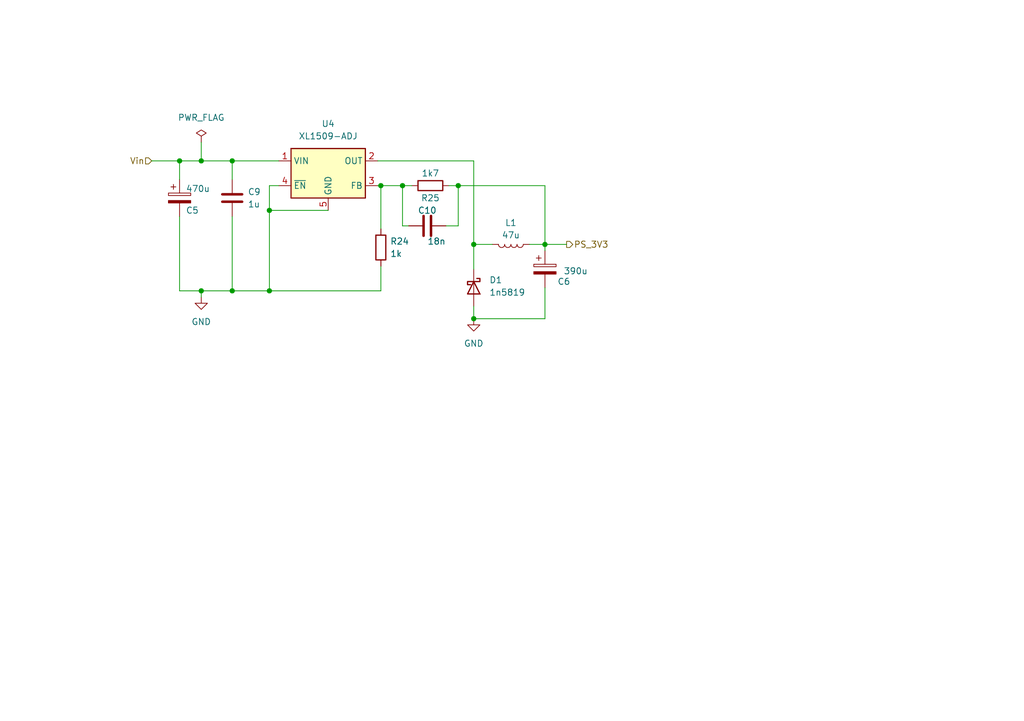
<source format=kicad_sch>
(kicad_sch (version 20230121) (generator eeschema)
  (paper "A5")
  (lib_symbols
    (symbol "Device:C" (pin_numbers hide) (pin_names (offset 0.254))
      (property "Reference" "C" (at 0.635 2.54 0))
      (property "Value" "C" (at 0.635 -2.54 0))
      (symbol "C_0_1"
        (polyline (pts (xy -2.032 -0.762) (xy 2.032 -0.762)) (stroke (width 0.508)))
        (polyline (pts (xy -2.032 0.762) (xy 2.032 0.762)) (stroke (width 0.508)))
      )
      (symbol "C_1_1"
        (pin passive line (at 0 3.81 270) (length 2.794) (name "~") (number "1"))
        (pin passive line (at 0 -3.81 90) (length 2.794) (name "~") (number "2"))
      )
    )
    (symbol "Device:C_Polarized" (pin_numbers hide) (pin_names (offset 0.254))
      (property "Reference" "C" (at 0.635 2.54 0))
      (property "Value" "C_Polarized" (at 0.635 -2.54 0))
      (symbol "C_Polarized_0_1"
        (rectangle (start -2.286 0.508) (end 2.286 1.016))
        (polyline (pts (xy -1.778 2.286) (xy -0.762 2.286)))
        (polyline (pts (xy -1.27 2.794) (xy -1.27 1.778)))
        (rectangle (start 2.286 -0.508) (end -2.286 -1.016) (fill (type outline)))
      )
      (symbol "C_Polarized_1_1"
        (pin passive line (at 0 3.81 270) (length 2.794) (name "~") (number "1"))
        (pin passive line (at 0 -3.81 90) (length 2.794) (name "~") (number "2"))
      )
    )
    (symbol "Device:D_Schottky" (pin_numbers hide) (pin_names (offset 1.016) hide)
      (property "Reference" "D" (at 0 2.54 0))
      (property "Value" "D_Schottky" (at 0 -2.54 0))
      (symbol "D_Schottky_0_1"
        (polyline (pts (xy 1.27 0) (xy -1.27 0)))
        (polyline (pts (xy 1.27 1.27) (xy 1.27 -1.27) (xy -1.27 0) (xy 1.27 1.27)) (stroke (width 0.254)))
        (polyline (pts (xy -1.905 0.635) (xy -1.905 1.27) (xy -1.27 1.27) (xy -1.27 -1.27) (xy -0.635 -1.27) (xy -0.635 -0.635)) (stroke (width 0.254)))
      )
      (symbol "D_Schottky_1_1"
        (pin passive line (at -3.81 0 0) (length 2.54) (name "K") (number "1"))
        (pin passive line (at 3.81 0 180) (length 2.54) (name "A") (number "2"))
      )
    )
    (symbol "Device:L" (pin_numbers hide) (pin_names (offset 1.016) hide)
      (property "Reference" "L" (at -1.27 0 90))
      (property "Value" "L" (at 1.905 0 90))
      (symbol "L_0_1"
        (arc (start 0 -2.54) (mid 0.6323 -1.905) (end 0 -1.27))
        (arc (start 0 -1.27) (mid 0.6323 -0.635) (end 0 0))
        (arc (start 0 0) (mid 0.6323 0.635) (end 0 1.27))
        (arc (start 0 1.27) (mid 0.6323 1.905) (end 0 2.54))
      )
      (symbol "L_1_1"
        (pin passive line (at 0 3.81 270) (length 1.27) (name "1") (number "1"))
        (pin passive line (at 0 -3.81 90) (length 1.27) (name "2") (number "2"))
      )
    )
    (symbol "Device:R" (pin_numbers hide) (pin_names (offset 0))
      (property "Reference" "R" (at 2.032 0 90))
      (property "Value" "R" (at 0 0 90))
      (symbol "R_0_1"
        (rectangle (start -1.016 -2.54) (end 1.016 2.54) (stroke (width 0.254)))
      )
      (symbol "R_1_1"
        (pin passive line (at 0 3.81 270) (length 1.27) (name "~") (number "1"))
        (pin passive line (at 0 -3.81 90) (length 1.27) (name "~") (number "2"))
      )
    )
    (symbol "Regulator_Switching:XL1509-ADJ"
      (property "Reference" "U" (at -7.112 6.096 0))
      (property "Value" "XL1509-ADJ" (at 5.842 6.096 0))
      (symbol "XL1509-ADJ_0_1"
        (rectangle (start -7.62 5.08) (end 7.62 -5.08) (stroke (width 0.254)) (fill (type background)))
      )
      (symbol "XL1509-ADJ_1_1"
        (pin power_in line (at -10.16 2.54 0) (length 2.54) (name "VIN") (number "1"))
        (pin power_out line (at 10.16 2.54 180) (length 2.54) (name "OUT") (number "2"))
        (pin input line (at 10.16 -2.54 180) (length 2.54) (name "FB") (number "3"))
        (pin input line (at -10.16 -2.54 0) (length 2.54) (name "~{EN}") (number "4"))
        (pin power_in line (at 0 -7.62 90) (length 2.54) (name "GND") (number "5"))
        (pin passive line (at 0 -7.62 90) (length 2.54) hide (name "GND") (number "6"))
        (pin passive line (at 0 -7.62 90) (length 2.54) hide (name "GND") (number "7"))
        (pin passive line (at 0 -7.62 90) (length 2.54) hide (name "GND") (number "8"))
      )
    )
    (symbol "power:GND" (power) (pin_names (offset 0))
      (property "Value" "GND" (at 0 -3.81 0))
      (symbol "GND_0_1"
        (polyline (pts (xy 0 0) (xy 0 -1.27) (xy 1.27 -1.27) (xy 0 -2.54) (xy -1.27 -1.27) (xy 0 -1.27)))
      )
      (symbol "GND_1_1"
        (pin power_in line (at 0 0 270) (length 0) hide (name "GND") (number "1"))
      )
    )
    (symbol "power:PWR_FLAG" (power) (pin_numbers hide) (pin_names (offset 0) hide)
      (property "Value" "PWR_FLAG" (at 0 3.81 0))
      (symbol "PWR_FLAG_0_0"
        (pin power_out line (at 0 0 90) (length 0) (name "pwr") (number "1"))
      )
      (symbol "PWR_FLAG_0_1"
        (polyline (pts (xy 0 0) (xy 0 1.27) (xy -1.016 1.905) (xy 0 2.54) (xy 1.016 1.905) (xy 0 1.27)))
      )
    )
  )
  (junction (at 55.245 43.18))
  (junction (at 55.245 59.69))
  (junction (at 111.76 50.165))
  (junction (at 47.625 59.69))
  (junction (at 78.105 38.1))
  (junction (at 82.55 38.1))
  (junction (at 36.83 33.02))
  (junction (at 97.155 65.405))
  (junction (at 93.98 38.1))
  (junction (at 41.275 33.02))
  (junction (at 47.625 33.02))
  (junction (at 97.155 50.165))
  (junction (at 41.275 59.69))
  (wire (pts (xy 78.105 38.1) (xy 82.55 38.1)))
  (wire (pts (xy 41.275 59.69) (xy 41.275 60.96)))
  (wire (pts (xy 91.44 46.355) (xy 93.98 46.355)))
  (wire (pts (xy 55.245 43.18) (xy 67.31 43.18)))
  (wire (pts (xy 36.83 59.69) (xy 41.275 59.69)))
  (wire (pts (xy 111.76 38.1) (xy 93.98 38.1)))
  (wire (pts (xy 77.47 38.1) (xy 78.105 38.1)))
  (wire (pts (xy 111.76 50.165) (xy 111.76 51.435)))
  (wire (pts (xy 111.76 59.055) (xy 111.76 65.405)))
  (wire (pts (xy 31.115 33.02) (xy 36.83 33.02)))
  (wire (pts (xy 97.155 62.865) (xy 97.155 65.405)))
  (wire (pts (xy 55.245 38.1) (xy 57.15 38.1)))
  (wire (pts (xy 41.275 29.21) (xy 41.275 33.02)))
  (wire (pts (xy 36.83 33.02) (xy 36.83 36.83)))
  (wire (pts (xy 41.275 33.02) (xy 47.625 33.02)))
  (wire (pts (xy 93.98 46.355) (xy 93.98 38.1)))
  (wire (pts (xy 36.83 33.02) (xy 41.275 33.02)))
  (wire (pts (xy 82.55 46.355) (xy 82.55 38.1)))
  (wire (pts (xy 55.245 59.69) (xy 47.625 59.69)))
  (wire (pts (xy 36.83 44.45) (xy 36.83 59.69)))
  (wire (pts (xy 55.245 59.69) (xy 78.105 59.69)))
  (wire (pts (xy 78.105 38.1) (xy 78.105 46.99)))
  (wire (pts (xy 78.105 54.61) (xy 78.105 59.69)))
  (wire (pts (xy 97.155 50.165) (xy 97.155 55.245)))
  (wire (pts (xy 111.76 50.165) (xy 116.205 50.165)))
  (wire (pts (xy 47.625 36.83) (xy 47.625 33.02)))
  (wire (pts (xy 47.625 44.45) (xy 47.625 59.69)))
  (wire (pts (xy 82.55 38.1) (xy 84.455 38.1)))
  (wire (pts (xy 111.76 65.405) (xy 97.155 65.405)))
  (wire (pts (xy 97.155 33.02) (xy 97.155 50.165)))
  (wire (pts (xy 108.585 50.165) (xy 111.76 50.165)))
  (wire (pts (xy 47.625 59.69) (xy 41.275 59.69)))
  (wire (pts (xy 55.245 43.18) (xy 55.245 59.69)))
  (wire (pts (xy 83.82 46.355) (xy 82.55 46.355)))
  (wire (pts (xy 55.245 38.1) (xy 55.245 43.18)))
  (wire (pts (xy 111.76 50.165) (xy 111.76 38.1)))
  (wire (pts (xy 77.47 33.02) (xy 97.155 33.02)))
  (wire (pts (xy 93.98 38.1) (xy 92.075 38.1)))
  (wire (pts (xy 47.625 33.02) (xy 57.15 33.02)))
  (wire (pts (xy 97.155 50.165) (xy 100.965 50.165)))
  (hierarchical_label "Vin" (shape input) (at 31.115 33.02 180))
  (hierarchical_label "PS_3V3" (shape output) (at 116.205 50.165 0))
  (symbol (lib_id "Device:C") (at 87.63 46.355 90) (unit 1)
    (property "Reference" "C10" (at 87.63 43.18 90))
    (property "Value" "18n" (at 89.535 49.53 90))
    (property "Footprint" "Capacitor_SMD:C_0603_1608Metric_Pad1.08x0.95mm_HandSolder" (effects hide))
  )
  (symbol (lib_id "power:PWR_FLAG") (at 41.275 29.21 0) (unit 1)
    (property "Reference" "#FLG0105" (effects hide))
    (property "Value" "PWR_FLAG" (at 41.275 24.13 0))
  )
  (symbol (lib_id "Device:R") (at 88.265 38.1 90) (unit 1)
    (property "Reference" "R25" (at 88.265 40.64 90))
    (property "Value" "1k7" (at 88.265 35.56 90))
    (property "Footprint" "Resistor_SMD:R_0402_1005Metric_Pad0.72x0.64mm_HandSolder" (effects hide))
  )
  (symbol (lib_id "Device:C") (at 47.625 40.64 0) (unit 1)
    (property "Reference" "C9" (at 50.8 39.37 0) (effects (justify left)))
    (property "Value" "1u" (at 50.8 41.91 0) (effects (justify left)))
    (property "Footprint" "Capacitor_SMD:C_0603_1608Metric_Pad1.08x0.95mm_HandSolder" (effects hide))
  )
  (symbol (lib_id "Regulator_Switching:XL1509-ADJ") (at 67.31 35.56 0) (unit 1)
    (property "Reference" "U4" (at 67.31 25.4 0))
    (property "Value" "XL1509-ADJ" (at 67.31 27.94 0))
    (property "Footprint" "Package_SO:SOIC-8_3.9x4.9mm_P1.27mm" (effects hide))
    (property "Datasheet" "https://datasheet.lcsc.com/lcsc/1809050422_XLSEMI-XL1509-5-0E1_C61063.pdf" (effects hide))
  )
  (symbol (lib_id "Device:C_Polarized") (at 111.76 55.245 0) (unit 1)
    (property "Reference" "C6" (at 114.3 57.785 0) (effects (justify left)))
    (property "Value" "390u" (at 115.57 55.6259 0) (effects (justify left)))
    (property "Footprint" "LCSC:CAP-SMD_BD10.0-L10.3-W10.3-LS11.3-FD" (effects hide))
  )
  (symbol (lib_id "Device:C_Polarized") (at 36.83 40.64 0) (unit 1)
    (property "Reference" "C5" (at 38.1 43.18 0) (effects (justify left)))
    (property "Value" "470u" (at 38.1 38.735 0) (effects (justify left)))
    (property "Footprint" "LCSC:CAP-SMD_BD10.0-L10.3-W10.3-LS11.3-FD" (effects hide))
  )
  (symbol (lib_id "power:GND") (at 41.275 60.96 0) (unit 1)
    (property "Reference" "#PWR0122" (effects hide))
    (property "Value" "GND" (at 41.275 66.04 0))
  )
  (symbol (lib_id "Device:L") (at 104.775 50.165 270) (unit 1)
    (property "Reference" "L1" (at 104.775 45.72 90))
    (property "Value" "47u" (at 104.775 48.26 90))
    (property "Footprint" "LCSC:IND-SMD_L7.1-W6.6" (effects hide))
    (property "Sim.Device" "L" (effects hide))
    (property "Sim.Pins" "1=+ 2=-" (effects hide))
  )
  (symbol (lib_id "Device:D_Schottky") (at 97.155 59.055 270) (unit 1)
    (property "Reference" "D1" (at 100.33 57.4675 90) (effects (justify left)))
    (property "Value" "1n5819" (at 100.33 60.0075 90) (effects (justify left)))
    (property "Footprint" "Diode_SMD:D_SOD-323_HandSoldering" (effects hide))
  )
  (symbol (lib_id "power:GND") (at 97.155 65.405 0) (unit 1)
    (property "Reference" "#PWR0121" (effects hide))
    (property "Value" "GND" (at 97.155 70.485 0))
  )
  (symbol (lib_id "Device:R") (at 78.105 50.8 180) (unit 1)
    (property "Reference" "R24" (at 80.01 49.53 0) (effects (justify right)))
    (property "Value" "1k" (at 80.01 52.07 0) (effects (justify right)))
    (property "Footprint" "Resistor_SMD:R_0402_1005Metric_Pad0.72x0.64mm_HandSolder" (effects hide))
  )
)
</source>
